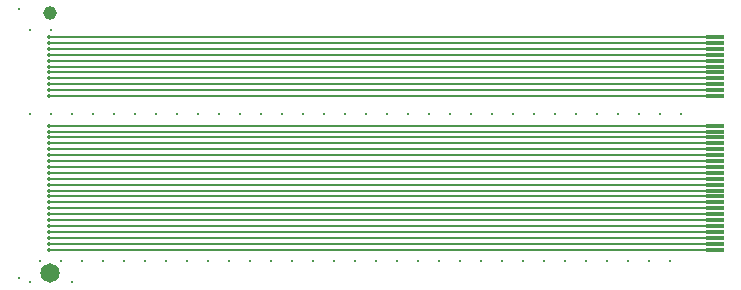
<source format=gbl>
G04*
G04 #@! TF.GenerationSoftware,Altium Limited,Altium Designer,21.7.2 (23)*
G04*
G04 Layer_Physical_Order=4*
G04 Layer_Color=16711680*
%FSLAX25Y25*%
%MOIN*%
G70*
G04*
G04 #@! TF.SameCoordinates,A9D511C6-54FE-4BBE-B258-F20D7088C63A*
G04*
G04*
G04 #@! TF.FilePolarity,Positive*
G04*
G01*
G75*
%ADD19R,0.05906X0.01378*%
%ADD26C,0.00753*%
%ADD27C,0.06496*%
%ADD28C,0.04528*%
%ADD29C,0.00929*%
%ADD30C,0.01378*%
D19*
X452362Y287402D02*
D03*
Y281496D02*
D03*
Y277559D02*
D03*
Y279528D02*
D03*
Y285433D02*
D03*
Y283465D02*
D03*
Y273622D02*
D03*
Y271654D02*
D03*
Y269685D02*
D03*
Y275590D02*
D03*
Y289370D02*
D03*
Y291339D02*
D03*
Y293307D02*
D03*
Y295276D02*
D03*
Y297244D02*
D03*
Y299213D02*
D03*
Y307087D02*
D03*
Y309055D02*
D03*
Y305118D02*
D03*
Y303150D02*
D03*
Y311024D02*
D03*
Y301181D02*
D03*
Y322835D02*
D03*
Y324803D02*
D03*
Y326772D02*
D03*
Y328740D02*
D03*
Y330709D02*
D03*
Y332677D02*
D03*
Y334646D02*
D03*
Y336614D02*
D03*
Y338583D02*
D03*
Y340551D02*
D03*
Y320866D02*
D03*
D26*
X230315Y311024D02*
X452362D01*
X230315Y309055D02*
X452362D01*
X230315Y307087D02*
X452362D01*
X230315Y305118D02*
X452362D01*
X230315Y303150D02*
X452362D01*
X230315Y301181D02*
X452362D01*
X230315Y299213D02*
X452362D01*
X230315Y297244D02*
X452362D01*
X230315Y295276D02*
X452362D01*
X230315Y293307D02*
X452362D01*
X230315Y291339D02*
X452362D01*
X230315Y269685D02*
X452362D01*
X449033Y271654D02*
X452362D01*
X449033Y271654D02*
X449033Y271654D01*
X230315Y271654D02*
X449033D01*
X230315Y273622D02*
X452362D01*
X230315Y275590D02*
X452362D01*
X449033Y277559D02*
X452362D01*
X449033Y277559D02*
X449033Y277559D01*
X230315Y277559D02*
X449033D01*
X230315Y279528D02*
X452362D01*
X449033Y281496D02*
X452362D01*
X449033Y281496D02*
X449033Y281496D01*
X230315Y281496D02*
X449033D01*
X230315Y283465D02*
X452362D01*
X230315Y285433D02*
X452362D01*
X449033Y287402D02*
X452362D01*
X449033Y287402D02*
X449033Y287402D01*
X230315Y287402D02*
X449033D01*
X230315Y289370D02*
X452362D01*
X230315Y340551D02*
X452362D01*
X230315Y338583D02*
X452362D01*
X230315Y336614D02*
X452362D01*
X230315Y334646D02*
X452362D01*
X230315Y332677D02*
X452362D01*
X230315Y320866D02*
X452362D01*
X230315Y322835D02*
X452362D01*
X230315Y324803D02*
X452362D01*
X230315Y326772D02*
X452362D01*
X230315Y328740D02*
X452362D01*
X230315Y330709D02*
X452362D01*
D27*
X230669Y261811D02*
D03*
D28*
Y348425D02*
D03*
D29*
X441000Y315000D02*
D03*
X343000D02*
D03*
X385000D02*
D03*
X367500Y266000D02*
D03*
X273000Y315000D02*
D03*
X276500Y266000D02*
D03*
X357000Y315000D02*
D03*
X280000D02*
D03*
X269500Y266000D02*
D03*
X315000Y315000D02*
D03*
X234500Y266000D02*
D03*
X283500D02*
D03*
X364000Y315000D02*
D03*
X395500Y266000D02*
D03*
X290500D02*
D03*
X224000Y343000D02*
D03*
X353500Y266000D02*
D03*
X227500D02*
D03*
X378000Y315000D02*
D03*
X231000D02*
D03*
X336000D02*
D03*
X437500Y266000D02*
D03*
X420000Y315000D02*
D03*
X350000D02*
D03*
X332500Y266000D02*
D03*
X262500D02*
D03*
X318500D02*
D03*
X434000Y315000D02*
D03*
X430500Y266000D02*
D03*
X238000Y259000D02*
D03*
X346500Y266000D02*
D03*
X238000Y315000D02*
D03*
X248500Y266000D02*
D03*
X329000Y315000D02*
D03*
X259000D02*
D03*
X266000D02*
D03*
X360500Y266000D02*
D03*
X374500D02*
D03*
X252000Y315000D02*
D03*
X220472Y260295D02*
D03*
X371000Y315000D02*
D03*
X406000D02*
D03*
X224000D02*
D03*
X304500Y266000D02*
D03*
X413000Y315000D02*
D03*
X311500Y266000D02*
D03*
X301000Y315000D02*
D03*
X427000D02*
D03*
X416500Y266000D02*
D03*
X381500D02*
D03*
X339500D02*
D03*
X241500D02*
D03*
X220472Y349941D02*
D03*
X423500Y266000D02*
D03*
X308000Y315000D02*
D03*
X399000D02*
D03*
X388500Y266000D02*
D03*
X231000Y343000D02*
D03*
X245000Y315000D02*
D03*
X287000D02*
D03*
X255500Y266000D02*
D03*
X392000Y315000D02*
D03*
X325500Y266000D02*
D03*
X224000Y259000D02*
D03*
X402500Y266000D02*
D03*
X409500D02*
D03*
X322000Y315000D02*
D03*
X294000D02*
D03*
X297500Y266000D02*
D03*
D30*
X230315Y311024D02*
D03*
Y309055D02*
D03*
Y307087D02*
D03*
Y305118D02*
D03*
Y303150D02*
D03*
Y301181D02*
D03*
Y299213D02*
D03*
Y297244D02*
D03*
Y295276D02*
D03*
Y293307D02*
D03*
Y291339D02*
D03*
Y269685D02*
D03*
Y271654D02*
D03*
Y273622D02*
D03*
Y275590D02*
D03*
Y277559D02*
D03*
Y279528D02*
D03*
Y281496D02*
D03*
Y283465D02*
D03*
Y285433D02*
D03*
Y287402D02*
D03*
Y289370D02*
D03*
Y340551D02*
D03*
Y338583D02*
D03*
Y336614D02*
D03*
Y334646D02*
D03*
Y332677D02*
D03*
Y330709D02*
D03*
Y328740D02*
D03*
Y326772D02*
D03*
Y324803D02*
D03*
Y322835D02*
D03*
Y320866D02*
D03*
M02*

</source>
